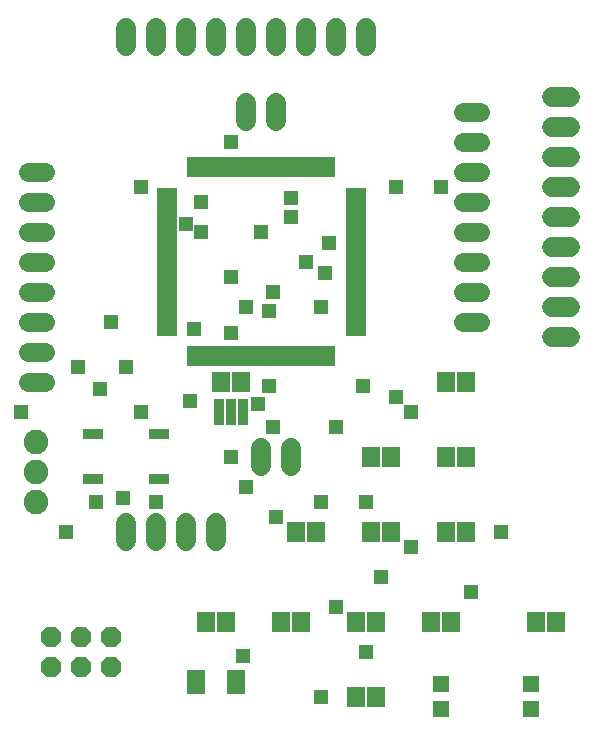
<source format=gts>
G75*
%MOIN*%
%OFA0B0*%
%FSLAX24Y24*%
%IPPOS*%
%LPD*%
%AMOC8*
5,1,8,0,0,1.08239X$1,22.5*
%
%ADD10C,0.0680*%
%ADD11R,0.0592X0.0671*%
%ADD12R,0.0631X0.0789*%
%ADD13R,0.0671X0.0198*%
%ADD14R,0.0198X0.0671*%
%ADD15OC8,0.0690*%
%ADD16C,0.0820*%
%ADD17R,0.0552X0.0552*%
%ADD18C,0.0640*%
%ADD19R,0.0680X0.0380*%
%ADD20R,0.0356X0.0867*%
%ADD21R,0.0476X0.0476*%
D10*
X006640Y008840D02*
X006640Y009440D01*
X007640Y009440D02*
X007640Y008840D01*
X008640Y008840D02*
X008640Y009440D01*
X009640Y009440D02*
X009640Y008840D01*
X011140Y011340D02*
X011140Y011940D01*
X012140Y011940D02*
X012140Y011340D01*
X020840Y015640D02*
X021440Y015640D01*
X021440Y016640D02*
X020840Y016640D01*
X020840Y017640D02*
X021440Y017640D01*
X021440Y018640D02*
X020840Y018640D01*
X020840Y019640D02*
X021440Y019640D01*
X021440Y020640D02*
X020840Y020640D01*
X020840Y021640D02*
X021440Y021640D01*
X021440Y022640D02*
X020840Y022640D01*
X020840Y023640D02*
X021440Y023640D01*
X014640Y025340D02*
X014640Y025940D01*
X013640Y025940D02*
X013640Y025340D01*
X012640Y025340D02*
X012640Y025940D01*
X011640Y025940D02*
X011640Y025340D01*
X010640Y025340D02*
X010640Y025940D01*
X009640Y025940D02*
X009640Y025340D01*
X008640Y025340D02*
X008640Y025940D01*
X007640Y025940D02*
X007640Y025340D01*
X006640Y025340D02*
X006640Y025940D01*
X010640Y023440D02*
X010640Y022840D01*
X011640Y022840D02*
X011640Y023440D01*
D11*
X010475Y014140D03*
X009805Y014140D03*
X012305Y009140D03*
X012975Y009140D03*
X014805Y009140D03*
X015475Y009140D03*
X017305Y009140D03*
X017975Y009140D03*
X017975Y011640D03*
X017305Y011640D03*
X015475Y011640D03*
X014805Y011640D03*
X017305Y014140D03*
X017975Y014140D03*
X017475Y006140D03*
X016805Y006140D03*
X014975Y006140D03*
X014305Y006140D03*
X012475Y006140D03*
X011805Y006140D03*
X009975Y006140D03*
X009305Y006140D03*
X014305Y003640D03*
X014975Y003640D03*
X020305Y006140D03*
X020975Y006140D03*
D12*
X010309Y004140D03*
X008971Y004140D03*
D13*
X007990Y015778D03*
X007990Y015975D03*
X007990Y016171D03*
X007990Y016368D03*
X007990Y016565D03*
X007990Y016762D03*
X007990Y016959D03*
X007990Y017156D03*
X007990Y017353D03*
X007990Y017549D03*
X007990Y017746D03*
X007990Y017943D03*
X007990Y018140D03*
X007990Y018337D03*
X007990Y018534D03*
X007990Y018731D03*
X007990Y018927D03*
X007990Y019124D03*
X007990Y019321D03*
X007990Y019518D03*
X007990Y019715D03*
X007990Y019912D03*
X007990Y020109D03*
X007990Y020305D03*
X007990Y020502D03*
X014290Y020502D03*
X014290Y020305D03*
X014290Y020109D03*
X014290Y019912D03*
X014290Y019715D03*
X014290Y019518D03*
X014290Y019321D03*
X014290Y019124D03*
X014290Y018927D03*
X014290Y018731D03*
X014290Y018534D03*
X014290Y018337D03*
X014290Y018140D03*
X014290Y017943D03*
X014290Y017746D03*
X014290Y017549D03*
X014290Y017353D03*
X014290Y017156D03*
X014290Y016959D03*
X014290Y016762D03*
X014290Y016565D03*
X014290Y016368D03*
X014290Y016171D03*
X014290Y015975D03*
X014290Y015778D03*
D14*
X013502Y014990D03*
X013305Y014990D03*
X013109Y014990D03*
X012912Y014990D03*
X012715Y014990D03*
X012518Y014990D03*
X012321Y014990D03*
X012124Y014990D03*
X011927Y014990D03*
X011731Y014990D03*
X011534Y014990D03*
X011337Y014990D03*
X011140Y014990D03*
X010943Y014990D03*
X010746Y014990D03*
X010549Y014990D03*
X010353Y014990D03*
X010156Y014990D03*
X009959Y014990D03*
X009762Y014990D03*
X009565Y014990D03*
X009368Y014990D03*
X009171Y014990D03*
X008975Y014990D03*
X008778Y014990D03*
X008778Y021290D03*
X008975Y021290D03*
X009171Y021290D03*
X009368Y021290D03*
X009565Y021290D03*
X009762Y021290D03*
X009959Y021290D03*
X010156Y021290D03*
X010353Y021290D03*
X010549Y021290D03*
X010746Y021290D03*
X010943Y021290D03*
X011140Y021290D03*
X011337Y021290D03*
X011534Y021290D03*
X011731Y021290D03*
X011927Y021290D03*
X012124Y021290D03*
X012321Y021290D03*
X012518Y021290D03*
X012715Y021290D03*
X012912Y021290D03*
X013109Y021290D03*
X013305Y021290D03*
X013502Y021290D03*
D15*
X004140Y004640D03*
X004140Y005640D03*
X005140Y005640D03*
X005140Y004640D03*
X006140Y004640D03*
X006140Y005640D03*
D16*
X003640Y010140D03*
X003640Y011140D03*
X003640Y012140D03*
D17*
X017140Y004053D03*
X017140Y003227D03*
X020140Y003227D03*
X020140Y004053D03*
D18*
X018420Y016140D02*
X017860Y016140D01*
X017860Y017140D02*
X018420Y017140D01*
X018420Y018140D02*
X017860Y018140D01*
X017860Y019140D02*
X018420Y019140D01*
X018420Y020140D02*
X017860Y020140D01*
X017860Y021140D02*
X018420Y021140D01*
X018420Y022140D02*
X017860Y022140D01*
X017860Y023140D02*
X018420Y023140D01*
X003920Y021140D02*
X003360Y021140D01*
X003360Y020140D02*
X003920Y020140D01*
X003920Y019140D02*
X003360Y019140D01*
X003360Y018140D02*
X003920Y018140D01*
X003920Y017140D02*
X003360Y017140D01*
X003360Y016140D02*
X003920Y016140D01*
X003920Y015140D02*
X003360Y015140D01*
X003360Y014140D02*
X003920Y014140D01*
D19*
X005540Y012390D03*
X005540Y010890D03*
X007740Y010890D03*
X007740Y012390D03*
D20*
X009746Y013140D03*
X010140Y013140D03*
X010534Y013140D03*
D21*
X011015Y013390D03*
X011390Y014015D03*
X011515Y012640D03*
X010140Y011640D03*
X010640Y010640D03*
X011640Y009640D03*
X013140Y010140D03*
X014640Y010140D03*
X016140Y008640D03*
X015140Y007640D03*
X013640Y006640D03*
X014640Y005140D03*
X013140Y003640D03*
X010515Y005015D03*
X007640Y010140D03*
X006515Y010265D03*
X005640Y010140D03*
X004640Y009140D03*
X003140Y013140D03*
X005015Y014640D03*
X005765Y013890D03*
X006640Y014640D03*
X007140Y013140D03*
X008765Y013515D03*
X010140Y015765D03*
X010640Y016640D03*
X011390Y016515D03*
X011515Y017140D03*
X012640Y018140D03*
X013265Y017765D03*
X013390Y018765D03*
X012140Y019640D03*
X012140Y020265D03*
X011140Y019140D03*
X010140Y017640D03*
X009140Y019140D03*
X008640Y019390D03*
X009140Y020140D03*
X010140Y022140D03*
X007140Y020640D03*
X006140Y016140D03*
X008890Y015890D03*
X013140Y016640D03*
X014515Y014015D03*
X015640Y013640D03*
X016140Y013140D03*
X013640Y012640D03*
X018140Y007140D03*
X019140Y009140D03*
X017140Y020640D03*
X015640Y020640D03*
M02*

</source>
